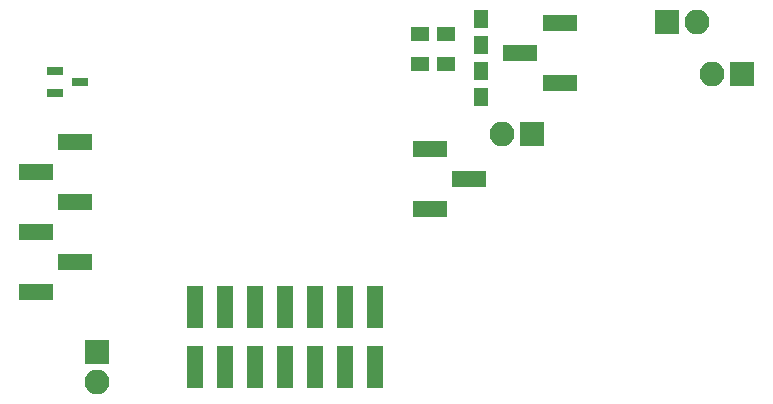
<source format=gbr>
G04 #@! TF.FileFunction,Soldermask,Bot*
%FSLAX46Y46*%
G04 Gerber Fmt 4.6, Leading zero omitted, Abs format (unit mm)*
G04 Created by KiCad (PCBNEW 4.0.7) date 02/27/19 21:19:11*
%MOMM*%
%LPD*%
G01*
G04 APERTURE LIST*
%ADD10C,0.100000*%
%ADD11R,1.400000X3.550000*%
%ADD12R,1.440000X0.740000*%
%ADD13R,2.910000X1.400000*%
%ADD14R,1.300000X1.600000*%
%ADD15R,1.600000X1.300000*%
%ADD16R,2.100000X2.100000*%
%ADD17O,2.100000X2.100000*%
G04 APERTURE END LIST*
D10*
D11*
X83655000Y-94255000D03*
X83655000Y-89205000D03*
X81115000Y-94255000D03*
X81115000Y-89205000D03*
X78575000Y-94255000D03*
X78575000Y-89205000D03*
X76035000Y-94255000D03*
X76035000Y-89205000D03*
X73495000Y-94255000D03*
X73495000Y-89205000D03*
X70955000Y-94255000D03*
X70955000Y-89205000D03*
X68415000Y-94255000D03*
X68415000Y-89205000D03*
D12*
X58670000Y-70155000D03*
X56570000Y-69205000D03*
X56570000Y-71105000D03*
D13*
X58255000Y-75235000D03*
X58255000Y-80315000D03*
X58255000Y-85395000D03*
X54945000Y-77775000D03*
X54945000Y-82855000D03*
X54945000Y-87935000D03*
X88350000Y-80950000D03*
X88350000Y-75870000D03*
X91660000Y-78410000D03*
X99305096Y-65132286D03*
X99305096Y-70212286D03*
X95995096Y-67672286D03*
D14*
X92663096Y-71406286D03*
X92663096Y-69206286D03*
X92663096Y-64802286D03*
X92663096Y-67002286D03*
D15*
X87456096Y-66072286D03*
X89656096Y-66072286D03*
X87456096Y-68612286D03*
X89656096Y-68612286D03*
D16*
X114770000Y-69520000D03*
D17*
X112230000Y-69520000D03*
D16*
X60160000Y-93015000D03*
D17*
X60160000Y-95555000D03*
D16*
X108420000Y-65075000D03*
D17*
X110960000Y-65075000D03*
D16*
X96990000Y-74600000D03*
D17*
X94450000Y-74600000D03*
M02*

</source>
